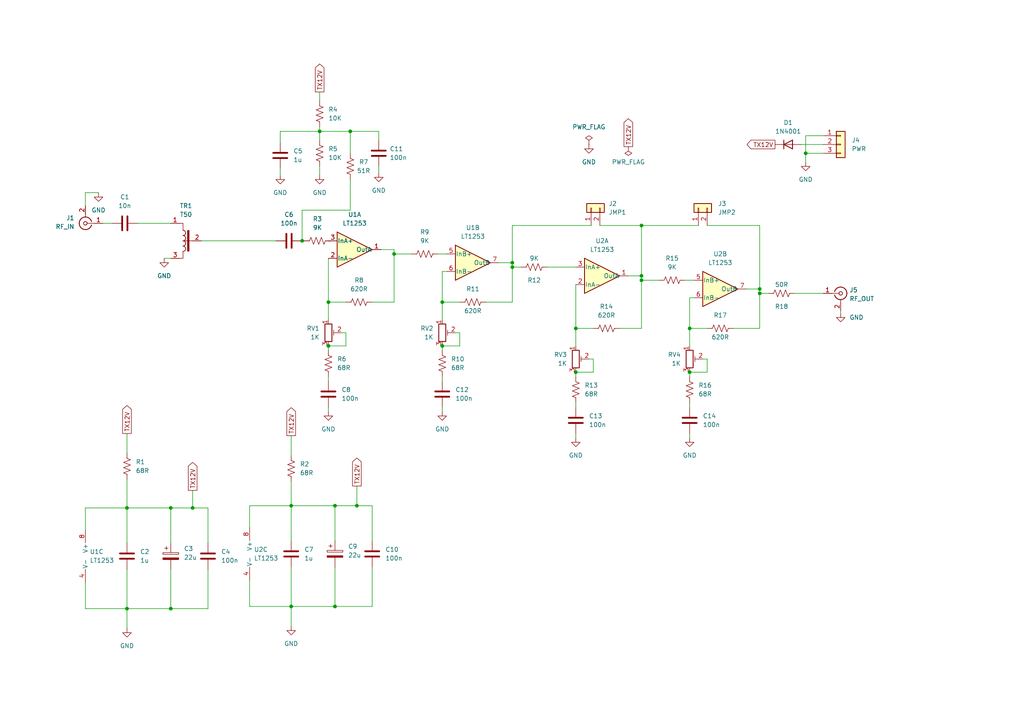
<source format=kicad_sch>
(kicad_sch (version 20211123) (generator eeschema)
  (paper "A4")
  (lib_symbols
    (symbol "Connector:Conn_Coaxial" (pin_names (offset 1.016) hide)
      (property "Reference" "J" (at 0.254 3.048 0))
      (property "Value" "Conn_Coaxial" (at 2.921 0 90))
      (symbol "Conn_Coaxial_0_1"
        (arc (start -1.778 -0.508) (mid 0.2311 -1.8066) (end 1.778 0) (stroke (width 0.254)))
        (polyline (pts (xy -2.54 0) (xy -0.508 0)))
        (polyline (pts (xy 0 -2.54) (xy 0 -1.778)))
        (circle (center 0 0) (radius 0.508) (stroke (width 0.2032)))
        (arc (start 1.778 0) (mid 0.2099 1.8101) (end -1.778 0.508) (stroke (width 0.254)))
      )
      (symbol "Conn_Coaxial_1_1"
        (pin passive line (at -5.08 0 0) (length 2.54) (name "In") (number "1"))
        (pin passive line (at 0 -5.08 90) (length 2.54) (name "Ext") (number "2"))
      )
    )
    (symbol "Connector_Generic:Conn_01x02" (pin_names (offset 1.016) hide)
      (property "Reference" "J" (at 0 2.54 0))
      (property "Value" "Conn_01x02" (at 0 -5.08 0))
      (symbol "Conn_01x02_1_1"
        (rectangle (start -1.27 -2.413) (end 0 -2.667) (stroke (width 0.1524)))
        (rectangle (start -1.27 0.127) (end 0 -0.127) (stroke (width 0.1524)))
        (rectangle (start -1.27 1.27) (end 1.27 -3.81) (stroke (width 0.254)) (fill (type background)))
        (pin passive line (at -5.08 0 0) (length 3.81) (name "Pin_1") (number "1"))
        (pin passive line (at -5.08 -2.54 0) (length 3.81) (name "Pin_2") (number "2"))
      )
    )
    (symbol "Connector_Generic:Conn_01x03" (pin_names (offset 1.016) hide)
      (property "Reference" "J" (at 0 5.08 0))
      (property "Value" "Conn_01x03" (at 0 -5.08 0))
      (symbol "Conn_01x03_1_1"
        (rectangle (start -1.27 -2.413) (end 0 -2.667) (stroke (width 0.1524)))
        (rectangle (start -1.27 0.127) (end 0 -0.127) (stroke (width 0.1524)))
        (rectangle (start -1.27 2.667) (end 0 2.413) (stroke (width 0.1524)))
        (rectangle (start -1.27 3.81) (end 1.27 -3.81) (stroke (width 0.254)) (fill (type background)))
        (pin passive line (at -5.08 2.54 0) (length 3.81) (name "Pin_1") (number "1"))
        (pin passive line (at -5.08 0 0) (length 3.81) (name "Pin_2") (number "2"))
        (pin passive line (at -5.08 -2.54 0) (length 3.81) (name "Pin_3") (number "3"))
      )
    )
    (symbol "Custom_RF:LT1253" (pin_names (offset 0.127))
      (property "Reference" "U" (at 2.54 6.35 0))
      (property "Value" "LT1253" (at 1.27 -6.35 0))
      (symbol "LT1253_1_1"
        (polyline (pts (xy -5.08 5.08) (xy 5.08 0) (xy -5.08 -5.08) (xy -5.08 5.08)) (stroke (width 0.254)) (fill (type background)))
        (pin output line (at 7.62 0 180) (length 2.54) (name "OutA") (number "1"))
        (pin input line (at -7.62 -2.54 0) (length 2.54) (name "InA-") (number "2"))
        (pin input line (at -7.62 2.54 0) (length 2.54) (name "InA+") (number "3"))
      )
      (symbol "LT1253_2_1"
        (polyline (pts (xy -5.08 5.08) (xy 5.08 0) (xy -5.08 -5.08) (xy -5.08 5.08)) (stroke (width 0.254)) (fill (type background)))
        (pin input line (at -7.62 2.54 0) (length 2.54) (name "InB+") (number "5"))
        (pin input line (at -7.62 -2.54 0) (length 2.54) (name "InB-") (number "6"))
        (pin output line (at 7.62 0 180) (length 2.54) (name "OutB") (number "7"))
      )
      (symbol "LT1253_3_1"
        (pin power_in line (at -2.54 -7.62 90) (length 3.81) (name "V-") (number "4"))
        (pin power_in line (at -2.54 7.62 270) (length 3.81) (name "V+") (number "8"))
      )
    )
    (symbol "Custom_RF:T50 " (pin_names (offset 0))
      (property "Reference" "TR" (at 0 6.35 0))
      (property "Value" "T50 " (at 0 -6.35 0))
      (symbol "T50 _0_1"
        (arc (start -1.524 -3.048) (mid -0.762 -2.286) (end -1.524 -1.524) (stroke (width 0.2032)))
        (arc (start -1.524 -1.524) (mid -0.762 -0.762) (end -1.524 0) (stroke (width 0.2032)))
        (arc (start -1.524 0) (mid -0.762 0.762) (end -1.524 1.524) (stroke (width 0.2032)))
        (arc (start -1.524 1.524) (mid -0.762 2.286) (end -1.524 3.048) (stroke (width 0.2032)))
        (rectangle (start -0.254 3.048) (end 0.254 -3.048) (stroke (width 0.0254)) (fill (type outline)))
        (polyline (pts (xy -1.524 0) (xy 1.27 0) (xy -1.27 0)) (fill (type outline)))
        (polyline (pts (xy -2.54 5.08) (xy -1.524 5.08) (xy -1.524 3.048) (xy -1.524 3.048)) (stroke (width 0.1524)))
        (polyline (pts (xy -1.524 -3.048) (xy -1.524 -5.08) (xy -2.54 -5.08) (xy -2.54 -5.08)) (stroke (width 0.1524)))
      )
      (symbol "T50 _1_1"
        (pin passive line (at -5.08 5.08 0) (length 2.54) (name "~") (number "1"))
        (pin passive line (at 3.81 0 180) (length 2.54) (name "~") (number "2"))
        (pin passive line (at -5.08 -5.08 0) (length 2.54) (name "~") (number "3"))
      )
    )
    (symbol "Device:C" (pin_numbers hide) (pin_names (offset 0.254))
      (property "Reference" "C" (at 0.635 2.54 0))
      (property "Value" "C" (at 0.635 -2.54 0))
      (symbol "C_0_1"
        (polyline (pts (xy -2.032 -0.762) (xy 2.032 -0.762)) (stroke (width 0.508)))
        (polyline (pts (xy -2.032 0.762) (xy 2.032 0.762)) (stroke (width 0.508)))
      )
      (symbol "C_1_1"
        (pin passive line (at 0 3.81 270) (length 2.794) (name "~") (number "1"))
        (pin passive line (at 0 -3.81 90) (length 2.794) (name "~") (number "2"))
      )
    )
    (symbol "Device:C_Polarized" (pin_numbers hide) (pin_names (offset 0.254))
      (property "Reference" "C" (at 0.635 2.54 0))
      (property "Value" "C_Polarized" (at 0.635 -2.54 0))
      (symbol "C_Polarized_0_1"
        (rectangle (start -2.286 0.508) (end 2.286 1.016))
        (polyline (pts (xy -1.778 2.286) (xy -0.762 2.286)))
        (polyline (pts (xy -1.27 2.794) (xy -1.27 1.778)))
        (rectangle (start 2.286 -0.508) (end -2.286 -1.016) (fill (type outline)))
      )
      (symbol "C_Polarized_1_1"
        (pin passive line (at 0 3.81 270) (length 2.794) (name "~") (number "1"))
        (pin passive line (at 0 -3.81 90) (length 2.794) (name "~") (number "2"))
      )
    )
    (symbol "Device:R_Potentiometer_Trim" (pin_names (offset 1.016) hide)
      (property "Reference" "RV" (at -4.445 0 90))
      (property "Value" "R_Potentiometer_Trim" (at -2.54 0 90))
      (symbol "R_Potentiometer_Trim_0_1"
        (polyline (pts (xy 1.524 0.762) (xy 1.524 -0.762)))
        (polyline (pts (xy 2.54 0) (xy 1.524 0)))
        (rectangle (start 1.016 2.54) (end -1.016 -2.54) (stroke (width 0.254)))
      )
      (symbol "R_Potentiometer_Trim_1_1"
        (pin passive line (at 0 3.81 270) (length 1.27) (name "1") (number "1"))
        (pin passive line (at 3.81 0 180) (length 1.27) (name "2") (number "2"))
        (pin passive line (at 0 -3.81 90) (length 1.27) (name "3") (number "3"))
      )
    )
    (symbol "Device:R_US" (pin_numbers hide) (pin_names (offset 0))
      (property "Reference" "R" (at 2.54 0 90))
      (property "Value" "R_US" (at -2.54 0 90))
      (symbol "R_US_0_1"
        (polyline (pts (xy 0 -2.286) (xy 0 -2.54)))
        (polyline (pts (xy 0 2.286) (xy 0 2.54)))
        (polyline (pts (xy 0 -0.762) (xy 1.016 -1.143) (xy 0 -1.524) (xy -1.016 -1.905) (xy 0 -2.286)))
        (polyline (pts (xy 0 0.762) (xy 1.016 0.381) (xy 0 0) (xy -1.016 -0.381) (xy 0 -0.762)))
        (polyline (pts (xy 0 2.286) (xy 1.016 1.905) (xy 0 1.524) (xy -1.016 1.143) (xy 0 0.762)))
      )
      (symbol "R_US_1_1"
        (pin passive line (at 0 3.81 270) (length 1.27) (name "~") (number "1"))
        (pin passive line (at 0 -3.81 90) (length 1.27) (name "~") (number "2"))
      )
    )
    (symbol "Diode:1N4001" (pin_numbers hide) (pin_names (offset 1.016) hide)
      (property "Reference" "D" (at 0 2.54 0))
      (property "Value" "1N4001" (at 0 -2.54 0))
      (symbol "1N4001_0_1"
        (polyline (pts (xy -1.27 1.27) (xy -1.27 -1.27)) (stroke (width 0.254)))
        (polyline (pts (xy 1.27 0) (xy -1.27 0)))
        (polyline (pts (xy 1.27 1.27) (xy 1.27 -1.27) (xy -1.27 0) (xy 1.27 1.27)) (stroke (width 0.254)))
      )
      (symbol "1N4001_1_1"
        (pin passive line (at -3.81 0 0) (length 2.54) (name "K") (number "1"))
        (pin passive line (at 3.81 0 180) (length 2.54) (name "A") (number "2"))
      )
    )
    (symbol "power:GND" (power) (pin_names (offset 0))
      (property "Value" "GND" (at 0 -3.81 0))
      (symbol "GND_0_1"
        (polyline (pts (xy 0 0) (xy 0 -1.27) (xy 1.27 -1.27) (xy 0 -2.54) (xy -1.27 -1.27) (xy 0 -1.27)))
      )
      (symbol "GND_1_1"
        (pin power_in line (at 0 0 270) (length 0) hide (name "GND") (number "1"))
      )
    )
    (symbol "power:PWR_FLAG" (power) (pin_numbers hide) (pin_names (offset 0) hide)
      (property "Value" "PWR_FLAG" (at 0 3.81 0))
      (symbol "PWR_FLAG_0_0"
        (pin power_out line (at 0 0 90) (length 0) (name "pwr") (number "1"))
      )
      (symbol "PWR_FLAG_0_1"
        (polyline (pts (xy 0 0) (xy 0 1.27) (xy -1.016 1.905) (xy 0 2.54) (xy 1.016 1.905) (xy 0 1.27)))
      )
    )
  )
  (junction (at 148.59 77.47))
  (junction (at 101.6 38.1))
  (junction (at 97.155 175.895))
  (junction (at 186.055 81.28))
  (junction (at 167.005 95.25))
  (junction (at 84.455 146.685))
  (junction (at 114.3 73.66))
  (junction (at 128.27 87.63))
  (junction (at 55.88 147.32))
  (junction (at 167.005 107.95))
  (junction (at 148.59 76.2))
  (junction (at 220.345 85.09))
  (junction (at 95.25 100.33))
  (junction (at 186.055 65.405))
  (junction (at 128.27 100.33))
  (junction (at 49.53 147.32))
  (junction (at 92.71 38.1))
  (junction (at 200.025 107.95))
  (junction (at 87.63 69.85))
  (junction (at 36.83 147.32))
  (junction (at 49.53 176.53))
  (junction (at 97.155 146.685))
  (junction (at 36.83 176.53))
  (junction (at 84.455 175.895))
  (junction (at 103.505 146.685))
  (junction (at 233.68 44.45))
  (junction (at 95.25 87.63))
  (junction (at 200.025 95.25))
  (junction (at 186.055 80.01))
  (junction (at 220.345 83.82))
  (wire (pts (xy 92.71 48.26) (xy 92.71 50.8)))
  (wire (pts (xy 84.455 146.685) (xy 72.39 146.685)))
  (wire (pts (xy 47.625 74.93) (xy 49.53 74.93)))
  (wire (pts (xy 72.39 146.685) (xy 72.39 153.035)))
  (wire (pts (xy 28.575 55.88) (xy 24.765 55.88)))
  (wire (pts (xy 128.27 87.63) (xy 133.35 87.63)))
  (wire (pts (xy 182.245 80.01) (xy 186.055 80.01)))
  (wire (pts (xy 128.27 78.74) (xy 128.27 87.63)))
  (wire (pts (xy 103.505 140.97) (xy 103.505 146.685)))
  (wire (pts (xy 84.455 146.685) (xy 84.455 156.845)))
  (wire (pts (xy 24.765 147.32) (xy 24.765 153.67)))
  (wire (pts (xy 128.27 100.33) (xy 133.35 100.33)))
  (wire (pts (xy 92.71 38.1) (xy 101.6 38.1)))
  (wire (pts (xy 95.25 87.63) (xy 100.33 87.63)))
  (wire (pts (xy 186.055 65.405) (xy 186.055 80.01)))
  (wire (pts (xy 58.42 69.85) (xy 80.01 69.85)))
  (wire (pts (xy 203.835 104.14) (xy 205.105 104.14)))
  (wire (pts (xy 60.325 176.53) (xy 60.325 165.1)))
  (wire (pts (xy 232.41 41.91) (xy 238.76 41.91)))
  (wire (pts (xy 238.76 85.09) (xy 230.505 85.09)))
  (wire (pts (xy 179.705 95.25) (xy 186.055 95.25)))
  (wire (pts (xy 36.83 147.32) (xy 24.765 147.32)))
  (wire (pts (xy 243.84 90.805) (xy 243.84 90.17)))
  (wire (pts (xy 24.765 168.91) (xy 24.765 176.53)))
  (wire (pts (xy 233.68 39.37) (xy 233.68 44.45)))
  (wire (pts (xy 148.59 76.2) (xy 148.59 77.47)))
  (wire (pts (xy 238.76 39.37) (xy 233.68 39.37)))
  (wire (pts (xy 167.005 116.84) (xy 167.005 118.11)))
  (wire (pts (xy 200.025 107.95) (xy 200.025 109.22)))
  (wire (pts (xy 95.25 100.33) (xy 100.33 100.33)))
  (wire (pts (xy 97.155 146.685) (xy 97.155 156.845)))
  (wire (pts (xy 114.3 73.66) (xy 119.38 73.66)))
  (wire (pts (xy 81.28 50.8) (xy 81.28 48.895)))
  (wire (pts (xy 24.765 55.88) (xy 24.765 59.69)))
  (wire (pts (xy 99.06 96.52) (xy 100.33 96.52)))
  (wire (pts (xy 84.455 146.685) (xy 97.155 146.685)))
  (wire (pts (xy 140.97 87.63) (xy 148.59 87.63)))
  (wire (pts (xy 55.88 142.24) (xy 55.88 147.32)))
  (wire (pts (xy 220.345 85.09) (xy 222.885 85.09)))
  (wire (pts (xy 114.3 72.39) (xy 114.3 73.66)))
  (wire (pts (xy 92.71 38.1) (xy 81.28 38.1)))
  (wire (pts (xy 129.54 78.74) (xy 128.27 78.74)))
  (wire (pts (xy 171.45 65.405) (xy 148.59 65.405)))
  (wire (pts (xy 84.455 139.7) (xy 84.455 146.685)))
  (wire (pts (xy 36.83 125.73) (xy 36.83 131.445)))
  (wire (pts (xy 36.83 176.53) (xy 36.83 182.245)))
  (wire (pts (xy 167.005 125.73) (xy 167.005 127)))
  (wire (pts (xy 109.855 50.165) (xy 109.855 48.26)))
  (wire (pts (xy 101.6 38.1) (xy 101.6 44.45)))
  (wire (pts (xy 72.39 175.895) (xy 84.455 175.895)))
  (wire (pts (xy 167.005 107.95) (xy 172.085 107.95)))
  (wire (pts (xy 132.08 96.52) (xy 133.35 96.52)))
  (wire (pts (xy 110.49 72.39) (xy 114.3 72.39)))
  (wire (pts (xy 84.455 164.465) (xy 84.455 175.895)))
  (wire (pts (xy 55.88 147.32) (xy 60.325 147.32)))
  (wire (pts (xy 95.25 109.22) (xy 95.25 110.49)))
  (wire (pts (xy 172.085 104.14) (xy 172.085 107.95)))
  (wire (pts (xy 114.3 73.66) (xy 114.3 87.63)))
  (wire (pts (xy 49.53 176.53) (xy 60.325 176.53)))
  (wire (pts (xy 144.78 76.2) (xy 148.59 76.2)))
  (wire (pts (xy 49.53 147.32) (xy 55.88 147.32)))
  (wire (pts (xy 107.95 175.895) (xy 107.95 164.465)))
  (wire (pts (xy 36.83 147.32) (xy 49.53 147.32)))
  (wire (pts (xy 233.68 44.45) (xy 238.76 44.45)))
  (wire (pts (xy 128.27 109.22) (xy 128.27 110.49)))
  (wire (pts (xy 186.055 80.01) (xy 186.055 81.28)))
  (wire (pts (xy 220.345 85.09) (xy 220.345 95.25)))
  (wire (pts (xy 127 73.66) (xy 129.54 73.66)))
  (wire (pts (xy 200.025 95.25) (xy 200.025 100.33)))
  (wire (pts (xy 200.025 86.36) (xy 200.025 95.25)))
  (wire (pts (xy 60.325 147.32) (xy 60.325 157.48)))
  (wire (pts (xy 97.155 146.685) (xy 103.505 146.685)))
  (wire (pts (xy 24.765 176.53) (xy 36.83 176.53)))
  (wire (pts (xy 97.155 175.895) (xy 107.95 175.895)))
  (wire (pts (xy 95.25 118.11) (xy 95.25 119.38)))
  (wire (pts (xy 95.25 74.93) (xy 95.25 87.63)))
  (wire (pts (xy 40.005 64.77) (xy 49.53 64.77)))
  (wire (pts (xy 36.83 139.065) (xy 36.83 147.32)))
  (wire (pts (xy 200.025 95.25) (xy 205.105 95.25)))
  (wire (pts (xy 200.025 107.95) (xy 205.105 107.95)))
  (wire (pts (xy 167.005 95.25) (xy 167.005 100.33)))
  (wire (pts (xy 87.63 69.85) (xy 88.265 69.85)))
  (wire (pts (xy 81.28 38.1) (xy 81.28 41.275)))
  (wire (pts (xy 128.27 118.11) (xy 128.27 119.38)))
  (wire (pts (xy 29.845 64.77) (xy 32.385 64.77)))
  (wire (pts (xy 220.345 65.405) (xy 205.105 65.405)))
  (wire (pts (xy 220.345 65.405) (xy 220.345 83.82)))
  (wire (pts (xy 170.815 104.14) (xy 172.085 104.14)))
  (wire (pts (xy 92.71 36.83) (xy 92.71 38.1)))
  (wire (pts (xy 100.33 96.52) (xy 100.33 100.33)))
  (wire (pts (xy 133.35 96.52) (xy 133.35 100.33)))
  (wire (pts (xy 186.055 81.28) (xy 186.055 95.25)))
  (wire (pts (xy 200.025 125.73) (xy 200.025 127)))
  (wire (pts (xy 87.63 60.96) (xy 87.63 69.85)))
  (wire (pts (xy 36.83 147.32) (xy 36.83 157.48)))
  (wire (pts (xy 198.755 81.28) (xy 201.295 81.28)))
  (wire (pts (xy 200.025 116.84) (xy 200.025 118.11)))
  (wire (pts (xy 49.53 147.32) (xy 49.53 157.48)))
  (wire (pts (xy 202.565 65.405) (xy 186.055 65.405)))
  (wire (pts (xy 128.27 87.63) (xy 128.27 92.71)))
  (wire (pts (xy 95.885 69.85) (xy 95.25 69.85)))
  (wire (pts (xy 95.25 87.63) (xy 95.25 92.71)))
  (wire (pts (xy 84.455 175.895) (xy 84.455 181.61)))
  (wire (pts (xy 216.535 83.82) (xy 220.345 83.82)))
  (wire (pts (xy 107.95 87.63) (xy 114.3 87.63)))
  (wire (pts (xy 173.99 65.405) (xy 186.055 65.405)))
  (wire (pts (xy 212.725 95.25) (xy 220.345 95.25)))
  (wire (pts (xy 101.6 52.07) (xy 101.6 60.96)))
  (wire (pts (xy 148.59 77.47) (xy 151.13 77.47)))
  (wire (pts (xy 109.855 38.1) (xy 101.6 38.1)))
  (wire (pts (xy 107.95 146.685) (xy 107.95 156.845)))
  (wire (pts (xy 128.27 100.33) (xy 128.27 101.6)))
  (wire (pts (xy 205.105 104.14) (xy 205.105 107.95)))
  (wire (pts (xy 167.005 95.25) (xy 172.085 95.25)))
  (wire (pts (xy 36.83 176.53) (xy 49.53 176.53)))
  (wire (pts (xy 148.59 77.47) (xy 148.59 87.63)))
  (wire (pts (xy 167.005 107.95) (xy 167.005 109.22)))
  (wire (pts (xy 95.25 100.33) (xy 95.25 101.6)))
  (wire (pts (xy 72.39 168.275) (xy 72.39 175.895)))
  (wire (pts (xy 109.855 38.1) (xy 109.855 40.64)))
  (wire (pts (xy 220.345 83.82) (xy 220.345 85.09)))
  (wire (pts (xy 167.005 77.47) (xy 158.75 77.47)))
  (wire (pts (xy 97.155 164.465) (xy 97.155 175.895)))
  (wire (pts (xy 233.68 44.45) (xy 233.68 46.99)))
  (wire (pts (xy 201.295 86.36) (xy 200.025 86.36)))
  (wire (pts (xy 49.53 165.1) (xy 49.53 176.53)))
  (wire (pts (xy 92.71 38.1) (xy 92.71 40.64)))
  (wire (pts (xy 186.055 81.28) (xy 191.135 81.28)))
  (wire (pts (xy 84.455 126.365) (xy 84.455 132.08)))
  (wire (pts (xy 92.71 26.67) (xy 92.71 29.21)))
  (wire (pts (xy 103.505 146.685) (xy 107.95 146.685)))
  (wire (pts (xy 167.005 82.55) (xy 167.005 95.25)))
  (wire (pts (xy 101.6 60.96) (xy 87.63 60.96)))
  (wire (pts (xy 84.455 175.895) (xy 97.155 175.895)))
  (wire (pts (xy 148.59 65.405) (xy 148.59 76.2)))
  (wire (pts (xy 36.83 165.1) (xy 36.83 176.53)))
  (global_label "TX12V" (shape output) (at 103.505 140.97 90) (property "Intersheet References" "${INTERSHEET_REFS}" (effects hide)))
  (global_label "TX12V" (shape output) (at 36.83 125.73 90) (property "Intersheet References" "${INTERSHEET_REFS}" (effects hide)))
  (global_label "TX12V" (shape output) (at 84.455 126.365 90) (property "Intersheet References" "${INTERSHEET_REFS}" (effects hide)))
  (global_label "TX12V" (shape output) (at 224.79 41.91 180) (property "Intersheet References" "${INTERSHEET_REFS}" (effects hide)))
  (global_label "TX12V" (shape output) (at 182.245 42.545 90) (property "Intersheet References" "${INTERSHEET_REFS}" (effects hide)))
  (global_label "TX12V" (shape output) (at 55.88 142.24 90) (property "Intersheet References" "${INTERSHEET_REFS}" (effects hide)))
  (global_label "TX12V" (shape output) (at 92.71 26.67 90) (property "Intersheet References" "${INTERSHEET_REFS}" (effects hide)))
  (symbol (lib_id "Device:R_US") (at 101.6 48.26 180) (unit 1)
    (property "Reference" "R7" (at 104.14 46.99 0) (effects (justify right)))
    (property "Value" "51R" (at 103.505 49.53 0) (effects (justify right)))
    (property "Footprint" "Resistor_SMD:R_1206_3216Metric" (effects hide))
  )
  (symbol (lib_id "Device:R_US") (at 175.895 95.25 90) (unit 1)
    (property "Reference" "R14" (at 175.895 88.9 90))
    (property "Value" "620R" (at 175.895 91.44 90))
    (property "Footprint" "Resistor_SMD:R_1206_3216Metric" (effects hide))
  )
  (symbol (lib_id "Device:R_US") (at 95.25 105.41 0) (unit 1)
    (property "Reference" "R6" (at 97.79 104.1399 0) (effects (justify left)))
    (property "Value" "68R" (at 97.79 106.6799 0) (effects (justify left)))
    (property "Footprint" "Resistor_SMD:R_1206_3216Metric" (effects hide))
  )
  (symbol (lib_id "Device:R_US") (at 154.94 77.47 90) (unit 1)
    (property "Reference" "R12" (at 154.94 81.28 90))
    (property "Value" "9K" (at 154.94 74.93 90))
    (property "Footprint" "Resistor_SMD:R_1206_3216Metric" (effects hide))
  )
  (symbol (lib_id "power:GND") (at 200.025 127 0) (unit 1)
    (property "Reference" "#PWR012" (effects hide))
    (property "Value" "GND" (at 200.025 132.08 0))
  )
  (symbol (lib_id "power:GND") (at 28.575 55.88 0) (unit 1)
    (property "Reference" "#PWR01" (effects hide))
    (property "Value" "GND" (at 28.575 60.96 0))
  )
  (symbol (lib_id "power:GND") (at 92.71 50.8 0) (unit 1)
    (property "Reference" "#PWR06" (effects hide))
    (property "Value" "GND" (at 92.71 55.88 0))
  )
  (symbol (lib_id "Device:R_US") (at 84.455 135.89 0) (unit 1)
    (property "Reference" "R2" (at 86.995 134.6199 0) (effects (justify left)))
    (property "Value" "68R" (at 86.995 137.1599 0) (effects (justify left)))
    (property "Footprint" "Resistor_SMD:R_1206_3216Metric" (effects hide))
  )
  (symbol (lib_id "Device:R_Potentiometer_Trim") (at 167.005 104.14 0) (unit 1)
    (property "Reference" "RV3" (at 164.465 102.8699 0) (effects (justify right)))
    (property "Value" "1K" (at 164.465 105.4099 0) (effects (justify right)))
    (property "Footprint" "Potentiometer_THT:Potentiometer_Bourns_3296W_Vertical" (effects hide))
  )
  (symbol (lib_id "Device:R_US") (at 92.075 69.85 90) (unit 1)
    (property "Reference" "R3" (at 92.075 63.5 90))
    (property "Value" "9K" (at 92.075 66.04 90))
    (property "Footprint" "Resistor_SMD:R_1206_3216Metric" (effects hide))
  )
  (symbol (lib_id "Device:R_US") (at 208.915 95.25 270) (unit 1)
    (property "Reference" "R17" (at 208.915 91.44 90))
    (property "Value" "620R" (at 208.915 97.79 90))
    (property "Footprint" "Resistor_SMD:R_1206_3216Metric" (effects hide))
  )
  (symbol (lib_id "Connector_Generic:Conn_01x02") (at 171.45 60.325 90) (unit 1)
    (property "Reference" "J2" (at 176.53 59.0549 90) (effects (justify right)))
    (property "Value" "JMP1" (at 176.53 61.5949 90) (effects (justify right)))
    (property "Footprint" "Connector_PinHeader_2.54mm:PinHeader_1x02_P2.54mm_Vertical" (effects hide))
  )
  (symbol (lib_id "Device:R_US") (at 104.14 87.63 90) (unit 1)
    (property "Reference" "R8" (at 104.14 81.28 90))
    (property "Value" "620R" (at 104.14 83.82 90))
    (property "Footprint" "Resistor_SMD:R_1206_3216Metric" (effects hide))
  )
  (symbol (lib_id "Device:C") (at 95.25 114.3 0) (unit 1)
    (property "Reference" "C8" (at 99.06 113.0299 0) (effects (justify left)))
    (property "Value" "100n" (at 99.06 115.5699 0) (effects (justify left)))
    (property "Footprint" "Capacitor_SMD:C_1206_3216Metric" (effects hide))
  )
  (symbol (lib_id "Custom_RF:LT1253") (at 74.93 160.655 0) (unit 3)
    (property "Reference" "U2" (at 73.66 159.3849 0) (effects (justify left)))
    (property "Value" "LT1253" (at 73.66 161.9249 0) (effects (justify left)))
    (property "Footprint" "Package_DIP:DIP-8_W7.62mm" (effects hide))
    (property "Datasheet" "https://www.analog.com/media/en/technical-documentation/data-sheets/lt1253.pdf" (effects hide))
  )
  (symbol (lib_id "Device:R_US") (at 92.71 33.02 0) (unit 1)
    (property "Reference" "R4" (at 95.25 31.7499 0) (effects (justify left)))
    (property "Value" "10K" (at 95.25 34.2899 0) (effects (justify left)))
    (property "Footprint" "Resistor_SMD:R_1206_3216Metric" (effects hide))
  )
  (symbol (lib_id "power:GND") (at 128.27 119.38 0) (unit 1)
    (property "Reference" "#PWR09" (effects hide))
    (property "Value" "GND" (at 128.27 124.46 0))
  )
  (symbol (lib_id "power:GND") (at 243.84 90.805 0) (unit 1)
    (property "Reference" "#PWR014" (effects hide))
    (property "Value" "GND" (at 246.38 92.0749 0) (effects (justify left)))
  )
  (symbol (lib_id "Device:C") (at 60.325 161.29 0) (unit 1)
    (property "Reference" "C4" (at 64.135 160.0199 0) (effects (justify left)))
    (property "Value" "100n" (at 64.135 162.5599 0) (effects (justify left)))
    (property "Footprint" "Capacitor_SMD:C_1206_3216Metric" (effects hide))
  )
  (symbol (lib_id "Device:C") (at 81.28 45.085 0) (unit 1)
    (property "Reference" "C5" (at 85.09 43.8149 0) (effects (justify left)))
    (property "Value" "1u" (at 85.09 46.3549 0) (effects (justify left)))
    (property "Footprint" "Capacitor_SMD:C_1206_3216Metric" (effects hide))
  )
  (symbol (lib_id "Device:C") (at 83.82 69.85 90) (unit 1)
    (property "Reference" "C6" (at 83.82 62.23 90))
    (property "Value" "100n" (at 83.82 64.77 90))
    (property "Footprint" "Capacitor_SMD:C_1206_3216Metric" (effects hide))
  )
  (symbol (lib_id "Device:C") (at 167.005 121.92 0) (unit 1)
    (property "Reference" "C13" (at 170.815 120.6499 0) (effects (justify left)))
    (property "Value" "100n" (at 170.815 123.1899 0) (effects (justify left)))
    (property "Footprint" "Capacitor_SMD:C_1206_3216Metric" (effects hide))
  )
  (symbol (lib_id "Custom_RF:LT1253") (at 137.16 76.2 0) (unit 2)
    (property "Reference" "U1" (at 137.16 66.04 0))
    (property "Value" "LT1253" (at 137.16 68.58 0))
    (property "Footprint" "Package_DIP:DIP-8_W7.62mm" (effects hide))
    (property "Datasheet" "https://www.analog.com/media/en/technical-documentation/data-sheets/lt1253.pdf" (effects hide))
  )
  (symbol (lib_id "Custom_RF:LT1253") (at 208.915 83.82 0) (unit 2)
    (property "Reference" "U2" (at 208.915 73.66 0))
    (property "Value" "LT1253" (at 208.915 76.2 0))
    (property "Footprint" "Package_DIP:DIP-8_W7.62mm" (effects hide))
    (property "Datasheet" "https://www.analog.com/media/en/technical-documentation/data-sheets/lt1253.pdf" (effects hide))
  )
  (symbol (lib_id "Device:C_Polarized") (at 97.155 160.655 0) (unit 1)
    (property "Reference" "C9" (at 100.965 158.4959 0) (effects (justify left)))
    (property "Value" "22u" (at 100.965 161.0359 0) (effects (justify left)))
    (property "Footprint" "Capacitor_THT:CP_Radial_D8.0mm_P2.50mm" (effects hide))
  )
  (symbol (lib_id "Connector:Conn_Coaxial") (at 243.84 85.09 0) (unit 1)
    (property "Reference" "J5" (at 246.38 84.1131 0) (effects (justify left)))
    (property "Value" "RF_OUT" (at 246.38 86.6531 0) (effects (justify left)))
    (property "Footprint" "Connector_Coaxial:SMA_Amphenol_901-144_Vertical" (effects hide))
    (property "Datasheet" " ~" (effects hide))
  )
  (symbol (lib_id "Device:C_Polarized") (at 49.53 161.29 0) (unit 1)
    (property "Reference" "C3" (at 53.34 159.1309 0) (effects (justify left)))
    (property "Value" "22u" (at 53.34 161.6709 0) (effects (justify left)))
    (property "Footprint" "Capacitor_THT:CP_Radial_D8.0mm_P2.50mm" (effects hide))
  )
  (symbol (lib_id "power:GND") (at 109.855 50.165 0) (unit 1)
    (property "Reference" "#PWR08" (effects hide))
    (property "Value" "GND" (at 109.855 55.245 0))
  )
  (symbol (lib_id "power:GND") (at 81.28 50.8 0) (unit 1)
    (property "Reference" "#PWR04" (effects hide))
    (property "Value" "GND" (at 81.28 55.88 0))
  )
  (symbol (lib_id "Device:R_US") (at 137.16 87.63 270) (unit 1)
    (property "Reference" "R11" (at 137.16 83.82 90))
    (property "Value" "620R" (at 137.16 90.17 90))
    (property "Footprint" "Resistor_SMD:R_1206_3216Metric" (effects hide))
  )
  (symbol (lib_id "Device:C") (at 109.855 44.45 0) (unit 1)
    (property "Reference" "C11" (at 113.03 43.1799 0) (effects (justify left)))
    (property "Value" "100n" (at 113.03 45.7199 0) (effects (justify left)))
    (property "Footprint" "Capacitor_SMD:C_1206_3216Metric" (effects hide))
  )
  (symbol (lib_id "Device:R_US") (at 226.695 85.09 90) (unit 1)
    (property "Reference" "R18" (at 226.695 88.9 90))
    (property "Value" "50R" (at 226.695 82.55 90))
    (property "Footprint" "Resistor_SMD:R_1206_3216Metric" (effects hide))
  )
  (symbol (lib_id "Device:C") (at 36.195 64.77 90) (unit 1)
    (property "Reference" "C1" (at 36.195 57.15 90))
    (property "Value" "10n" (at 36.195 59.69 90))
    (property "Footprint" "Capacitor_SMD:C_1206_3216Metric" (effects hide))
  )
  (symbol (lib_id "Connector_Generic:Conn_01x02") (at 202.565 60.325 90) (unit 1)
    (property "Reference" "J3" (at 208.28 59.0549 90) (effects (justify right)))
    (property "Value" "JMP2" (at 208.28 61.5949 90) (effects (justify right)))
    (property "Footprint" "Connector_PinHeader_2.54mm:PinHeader_1x02_P2.54mm_Vertical" (effects hide))
  )
  (symbol (lib_id "Diode:1N4001") (at 228.6 41.91 0) (unit 1)
    (property "Reference" "D1" (at 228.6 35.56 0))
    (property "Value" "1N4001" (at 228.6 38.1 0))
    (property "Footprint" "Diode_THT:D_DO-41_SOD81_P10.16mm_Horizontal" (effects hide))
    (property "Datasheet" "http://www.vishay.com/docs/88503/1n4001.pdf" (effects hide))
  )
  (symbol (lib_id "Custom_RF:LT1253") (at 174.625 80.01 0) (unit 1)
    (property "Reference" "U2" (at 174.625 69.85 0))
    (property "Value" "LT1253" (at 174.625 72.39 0))
    (property "Footprint" "Package_DIP:DIP-8_W7.62mm" (effects hide))
    (property "Datasheet" "https://www.analog.com/media/en/technical-documentation/data-sheets/lt1253.pdf" (effects hide))
  )
  (symbol (lib_id "power:GND") (at 36.83 182.245 0) (unit 1)
    (property "Reference" "#PWR02" (effects hide))
    (property "Value" "GND" (at 36.83 187.325 0))
  )
  (symbol (lib_id "Device:R_Potentiometer_Trim") (at 95.25 96.52 0) (unit 1)
    (property "Reference" "RV1" (at 92.71 95.2499 0) (effects (justify right)))
    (property "Value" "1K" (at 92.71 97.7899 0) (effects (justify right)))
    (property "Footprint" "Potentiometer_THT:Potentiometer_Bourns_3296W_Vertical" (effects hide))
  )
  (symbol (lib_id "Device:C") (at 84.455 160.655 0) (unit 1)
    (property "Reference" "C7" (at 88.265 159.3849 0) (effects (justify left)))
    (property "Value" "1u" (at 88.265 161.9249 0) (effects (justify left)))
    (property "Footprint" "Capacitor_SMD:C_1206_3216Metric" (effects hide))
  )
  (symbol (lib_id "Device:R_US") (at 194.945 81.28 90) (unit 1)
    (property "Reference" "R15" (at 194.945 74.93 90))
    (property "Value" "9K" (at 194.945 77.47 90))
    (property "Footprint" "Resistor_SMD:R_1206_3216Metric" (effects hide))
  )
  (symbol (lib_id "Device:R_Potentiometer_Trim") (at 200.025 104.14 0) (unit 1)
    (property "Reference" "RV4" (at 197.485 102.8699 0) (effects (justify right)))
    (property "Value" "1K" (at 197.485 105.4099 0) (effects (justify right)))
    (property "Footprint" "Potentiometer_THT:Potentiometer_Bourns_3296W_Vertical" (effects hide))
  )
  (symbol (lib_id "Device:R_US") (at 123.19 73.66 90) (unit 1)
    (property "Reference" "R9" (at 123.19 67.31 90))
    (property "Value" "9K" (at 123.19 69.85 90))
    (property "Footprint" "Resistor_SMD:R_1206_3216Metric" (effects hide))
  )
  (symbol (lib_id "Device:R_US") (at 36.83 135.255 0) (unit 1)
    (property "Reference" "R1" (at 39.37 133.9849 0) (effects (justify left)))
    (property "Value" "68R" (at 39.37 136.5249 0) (effects (justify left)))
    (property "Footprint" "Resistor_SMD:R_1206_3216Metric" (effects hide))
  )
  (symbol (lib_id "Connector_Generic:Conn_01x03") (at 243.84 41.91 0) (unit 1)
    (property "Reference" "J4" (at 247.015 40.6399 0) (effects (justify left)))
    (property "Value" "PWR" (at 247.015 43.1799 0) (effects (justify left)))
    (property "Footprint" "Connector_PinHeader_2.54mm:PinHeader_1x03_P2.54mm_Vertical" (effects hide))
  )
  (symbol (lib_id "power:GND") (at 233.68 46.99 0) (unit 1)
    (property "Reference" "#PWR013" (effects hide))
    (property "Value" "GND" (at 233.68 52.07 0))
  )
  (symbol (lib_id "Device:R_US") (at 128.27 105.41 0) (unit 1)
    (property "Reference" "R10" (at 130.81 104.1399 0) (effects (justify left)))
    (property "Value" "68R" (at 130.81 106.6799 0) (effects (justify left)))
    (property "Footprint" "Resistor_SMD:R_1206_3216Metric" (effects hide))
  )
  (symbol (lib_id "power:GND") (at 47.625 74.93 0) (unit 1)
    (property "Reference" "#PWR03" (effects hide))
    (property "Value" "GND" (at 47.625 80.01 0))
  )
  (symbol (lib_id "Custom_RF:LT1253") (at 102.87 72.39 0) (unit 1)
    (property "Reference" "U1" (at 102.87 62.23 0))
    (property "Value" "LT1253" (at 102.87 64.77 0))
    (property "Footprint" "Package_DIP:DIP-8_W7.62mm" (effects hide))
    (property "Datasheet" "https://www.analog.com/media/en/technical-documentation/data-sheets/lt1253.pdf" (effects hide))
  )
  (symbol (lib_id "Device:R_Potentiometer_Trim") (at 128.27 96.52 0) (unit 1)
    (property "Reference" "RV2" (at 125.73 95.2499 0) (effects (justify right)))
    (property "Value" "1K" (at 125.73 97.7899 0) (effects (justify right)))
    (property "Footprint" "Potentiometer_THT:Potentiometer_Bourns_3296W_Vertical" (effects hide))
  )
  (symbol (lib_id "Device:C") (at 200.025 121.92 0) (unit 1)
    (property "Reference" "C14" (at 203.835 120.6499 0) (effects (justify left)))
    (property "Value" "100n" (at 203.835 123.1899 0) (effects (justify left)))
    (property "Footprint" "Capacitor_SMD:C_1206_3216Metric" (effects hide))
  )
  (symbol (lib_id "Connector:Conn_Coaxial") (at 24.765 64.77 180) (unit 1)
    (property "Reference" "J1" (at 21.59 63.2067 0) (effects (justify left)))
    (property "Value" "RF_IN" (at 21.59 65.7467 0) (effects (justify left)))
    (property "Footprint" "Connector_Coaxial:SMA_Amphenol_901-144_Vertical" (effects hide))
    (property "Datasheet" " ~" (effects hide))
  )
  (symbol (lib_id "power:GND") (at 167.005 127 0) (unit 1)
    (property "Reference" "#PWR010" (effects hide))
    (property "Value" "GND" (at 167.005 132.08 0))
  )
  (symbol (lib_id "Device:C") (at 107.95 160.655 0) (unit 1)
    (property "Reference" "C10" (at 111.76 159.3849 0) (effects (justify left)))
    (property "Value" "100n" (at 111.76 161.9249 0) (effects (justify left)))
    (property "Footprint" "Capacitor_SMD:C_1206_3216Metric" (effects hide))
  )
  (symbol (lib_id "Device:R_US") (at 167.005 113.03 0) (unit 1)
    (property "Reference" "R13" (at 169.545 111.7599 0) (effects (justify left)))
    (property "Value" "68R" (at 169.545 114.2999 0) (effects (justify left)))
    (property "Footprint" "Resistor_SMD:R_1206_3216Metric" (effects hide))
  )
  (symbol (lib_id "power:GND") (at 84.455 181.61 0) (unit 1)
    (property "Reference" "#PWR05" (effects hide))
    (property "Value" "GND" (at 84.455 186.69 0))
  )
  (symbol (lib_id "Custom_RF:LT1253") (at 27.305 161.29 0) (unit 3)
    (property "Reference" "U1" (at 26.035 160.0199 0) (effects (justify left)))
    (property "Value" "LT1253" (at 26.035 162.5599 0) (effects (justify left)))
    (property "Footprint" "Package_DIP:DIP-8_W7.62mm" (effects hide))
    (property "Datasheet" "https://www.analog.com/media/en/technical-documentation/data-sheets/lt1253.pdf" (effects hide))
  )
  (symbol (lib_id "power:GND") (at 95.25 119.38 0) (unit 1)
    (property "Reference" "#PWR07" (effects hide))
    (property "Value" "GND" (at 95.25 124.46 0))
  )
  (symbol (lib_id "Custom_RF:T50 ") (at 54.61 69.85 0) (unit 1)
    (property "Reference" "TR1" (at 53.9369 59.69 0))
    (property "Value" "T50 " (at 53.9369 62.23 0))
    (property "Footprint" "Custom_RF:T50-1Tap-Close" (effects hide))
  )
  (symbol (lib_id "Device:R_US") (at 92.71 44.45 0) (unit 1)
    (property "Reference" "R5" (at 95.25 43.1799 0) (effects (justify left)))
    (property "Value" "10K" (at 95.25 45.7199 0) (effects (justify left)))
    (property "Footprint" "Resistor_SMD:R_1206_3216Metric" (effects hide))
  )
  (symbol (lib_id "Device:C") (at 128.27 114.3 0) (unit 1)
    (property "Reference" "C12" (at 132.08 113.0299 0) (effects (justify left)))
    (property "Value" "100n" (at 132.08 115.5699 0) (effects (justify left)))
    (property "Footprint" "Capacitor_SMD:C_1206_3216Metric" (effects hide))
  )
  (symbol (lib_id "Device:R_US") (at 200.025 113.03 0) (unit 1)
    (property "Reference" "R16" (at 202.565 111.7599 0) (effects (justify left)))
    (property "Value" "68R" (at 202.565 114.2999 0) (effects (justify left)))
    (property "Footprint" "Resistor_SMD:R_1206_3216Metric" (effects hide))
  )
  (symbol (lib_id "power:PWR_FLAG") (at 170.815 41.91 0) (unit 1)
    (property "Reference" "#FLG01" (effects hide))
    (property "Value" "PWR_FLAG" (at 170.815 36.83 0))
  )
  (symbol (lib_id "Device:C") (at 36.83 161.29 0) (unit 1)
    (property "Reference" "C2" (at 40.64 160.0199 0) (effects (justify left)))
    (property "Value" "1u" (at 40.64 162.5599 0) (effects (justify left)))
    (property "Footprint" "Capacitor_SMD:C_1206_3216Metric" (effects hide))
  )
  (symbol (lib_id "power:GND") (at 170.815 41.91 0) (unit 1)
    (property "Reference" "#PWR011" (effects hide))
    (property "Value" "GND" (at 170.815 46.99 0))
  )
  (symbol (lib_id "power:PWR_FLAG") (at 182.245 42.545 180) (unit 1)
    (property "Reference" "#FLG02" (effects hide))
    (property "Value" "PWR_FLAG" (at 182.245 46.99 0))
  )
)
</source>
